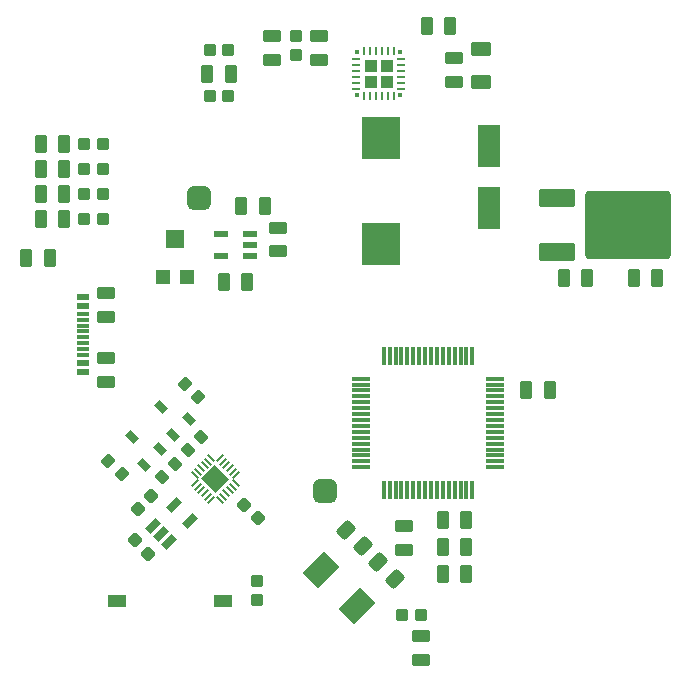
<source format=gtp>
G04*
G04 #@! TF.GenerationSoftware,Altium Limited,Altium Designer,24.4.1 (13)*
G04*
G04 Layer_Color=8421504*
%FSLAX25Y25*%
%MOIN*%
G70*
G04*
G04 #@! TF.SameCoordinates,4848AC28-F08C-4A73-8BB8-69E0F556E231*
G04*
G04*
G04 #@! TF.FilePolarity,Positive*
G04*
G01*
G75*
G04:AMPARAMS|DCode=16|XSize=102.36mil|YSize=74.8mil|CornerRadius=0mil|HoleSize=0mil|Usage=FLASHONLY|Rotation=225.000|XOffset=0mil|YOffset=0mil|HoleType=Round|Shape=Rectangle|*
%AMROTATEDRECTD16*
4,1,4,0.00974,0.06264,0.06264,0.00974,-0.00974,-0.06264,-0.06264,-0.00974,0.00974,0.06264,0.0*
%
%ADD16ROTATEDRECTD16*%

G04:AMPARAMS|DCode=17|XSize=78.74mil|YSize=78.74mil|CornerRadius=19.68mil|HoleSize=0mil|Usage=FLASHONLY|Rotation=0.000|XOffset=0mil|YOffset=0mil|HoleType=Round|Shape=RoundedRectangle|*
%AMROUNDEDRECTD17*
21,1,0.07874,0.03937,0,0,0.0*
21,1,0.03937,0.07874,0,0,0.0*
1,1,0.03937,0.01968,-0.01968*
1,1,0.03937,-0.01968,-0.01968*
1,1,0.03937,-0.01968,0.01968*
1,1,0.03937,0.01968,0.01968*
%
%ADD17ROUNDEDRECTD17*%
%ADD18R,0.04488X0.02362*%
%ADD19R,0.04488X0.01181*%
%ADD20R,0.01181X0.05906*%
%ADD21R,0.05906X0.01181*%
G04:AMPARAMS|DCode=22|XSize=62.99mil|YSize=118.11mil|CornerRadius=7.87mil|HoleSize=0mil|Usage=FLASHONLY|Rotation=90.000|XOffset=0mil|YOffset=0mil|HoleType=Round|Shape=RoundedRectangle|*
%AMROUNDEDRECTD22*
21,1,0.06299,0.10236,0,0,90.0*
21,1,0.04724,0.11811,0,0,90.0*
1,1,0.01575,0.05118,0.02362*
1,1,0.01575,0.05118,-0.02362*
1,1,0.01575,-0.05118,-0.02362*
1,1,0.01575,-0.05118,0.02362*
%
%ADD22ROUNDEDRECTD22*%
G04:AMPARAMS|DCode=23|XSize=228.35mil|YSize=283.47mil|CornerRadius=11.42mil|HoleSize=0mil|Usage=FLASHONLY|Rotation=90.000|XOffset=0mil|YOffset=0mil|HoleType=Round|Shape=RoundedRectangle|*
%AMROUNDEDRECTD23*
21,1,0.22835,0.26063,0,0,90.0*
21,1,0.20551,0.28347,0,0,90.0*
1,1,0.02284,0.13031,0.10276*
1,1,0.02284,0.13031,-0.10276*
1,1,0.02284,-0.13031,-0.10276*
1,1,0.02284,-0.13031,0.10276*
%
%ADD23ROUNDEDRECTD23*%
%ADD24R,0.05906X0.04331*%
G04:AMPARAMS|DCode=25|XSize=57.09mil|YSize=43.31mil|CornerRadius=5.41mil|HoleSize=0mil|Usage=FLASHONLY|Rotation=180.000|XOffset=0mil|YOffset=0mil|HoleType=Round|Shape=RoundedRectangle|*
%AMROUNDEDRECTD25*
21,1,0.05709,0.03248,0,0,180.0*
21,1,0.04626,0.04331,0,0,180.0*
1,1,0.01083,-0.02313,0.01624*
1,1,0.01083,0.02313,0.01624*
1,1,0.01083,0.02313,-0.01624*
1,1,0.01083,-0.02313,-0.01624*
%
%ADD25ROUNDEDRECTD25*%
G04:AMPARAMS|DCode=26|XSize=57.09mil|YSize=43.31mil|CornerRadius=5.41mil|HoleSize=0mil|Usage=FLASHONLY|Rotation=270.000|XOffset=0mil|YOffset=0mil|HoleType=Round|Shape=RoundedRectangle|*
%AMROUNDEDRECTD26*
21,1,0.05709,0.03248,0,0,270.0*
21,1,0.04626,0.04331,0,0,270.0*
1,1,0.01083,-0.01624,-0.02313*
1,1,0.01083,-0.01624,0.02313*
1,1,0.01083,0.01624,0.02313*
1,1,0.01083,0.01624,-0.02313*
%
%ADD26ROUNDEDRECTD26*%
%ADD27R,0.04724X0.04724*%
%ADD28R,0.06299X0.05906*%
G04:AMPARAMS|DCode=29|XSize=39.37mil|YSize=37.4mil|CornerRadius=4.68mil|HoleSize=0mil|Usage=FLASHONLY|Rotation=90.000|XOffset=0mil|YOffset=0mil|HoleType=Round|Shape=RoundedRectangle|*
%AMROUNDEDRECTD29*
21,1,0.03937,0.02805,0,0,90.0*
21,1,0.03002,0.03740,0,0,90.0*
1,1,0.00935,0.01403,0.01501*
1,1,0.00935,0.01403,-0.01501*
1,1,0.00935,-0.01403,-0.01501*
1,1,0.00935,-0.01403,0.01501*
%
%ADD29ROUNDEDRECTD29*%
G04:AMPARAMS|DCode=30|XSize=39.37mil|YSize=37.4mil|CornerRadius=4.68mil|HoleSize=0mil|Usage=FLASHONLY|Rotation=45.000|XOffset=0mil|YOffset=0mil|HoleType=Round|Shape=RoundedRectangle|*
%AMROUNDEDRECTD30*
21,1,0.03937,0.02805,0,0,45.0*
21,1,0.03002,0.03740,0,0,45.0*
1,1,0.00935,0.02053,0.00070*
1,1,0.00935,-0.00070,-0.02053*
1,1,0.00935,-0.02053,-0.00070*
1,1,0.00935,0.00070,0.02053*
%
%ADD30ROUNDEDRECTD30*%
G04:AMPARAMS|DCode=31|XSize=39.37mil|YSize=37.4mil|CornerRadius=4.68mil|HoleSize=0mil|Usage=FLASHONLY|Rotation=135.000|XOffset=0mil|YOffset=0mil|HoleType=Round|Shape=RoundedRectangle|*
%AMROUNDEDRECTD31*
21,1,0.03937,0.02805,0,0,135.0*
21,1,0.03002,0.03740,0,0,135.0*
1,1,0.00935,-0.00070,0.02053*
1,1,0.00935,0.02053,-0.00070*
1,1,0.00935,0.00070,-0.02053*
1,1,0.00935,-0.02053,0.00070*
%
%ADD31ROUNDEDRECTD31*%
G04:AMPARAMS|DCode=32|XSize=39.37mil|YSize=37.4mil|CornerRadius=4.68mil|HoleSize=0mil|Usage=FLASHONLY|Rotation=0.000|XOffset=0mil|YOffset=0mil|HoleType=Round|Shape=RoundedRectangle|*
%AMROUNDEDRECTD32*
21,1,0.03937,0.02805,0,0,0.0*
21,1,0.03002,0.03740,0,0,0.0*
1,1,0.00935,0.01501,-0.01403*
1,1,0.00935,-0.01501,-0.01403*
1,1,0.00935,-0.01501,0.01403*
1,1,0.00935,0.01501,0.01403*
%
%ADD32ROUNDEDRECTD32*%
G04:AMPARAMS|DCode=33|XSize=39.37mil|YSize=27.56mil|CornerRadius=0mil|HoleSize=0mil|Usage=FLASHONLY|Rotation=135.000|XOffset=0mil|YOffset=0mil|HoleType=Round|Shape=Rectangle|*
%AMROTATEDRECTD33*
4,1,4,0.02366,-0.00418,0.00418,-0.02366,-0.02366,0.00418,-0.00418,0.02366,0.02366,-0.00418,0.0*
%
%ADD33ROTATEDRECTD33*%

%ADD34R,0.12598X0.13976*%
%ADD35R,0.04724X0.02362*%
G04:AMPARAMS|DCode=36|XSize=29.53mil|YSize=7.87mil|CornerRadius=0mil|HoleSize=0mil|Usage=FLASHONLY|Rotation=45.000|XOffset=0mil|YOffset=0mil|HoleType=Round|Shape=Rectangle|*
%AMROTATEDRECTD36*
4,1,4,-0.00766,-0.01322,-0.01322,-0.00766,0.00766,0.01322,0.01322,0.00766,-0.00766,-0.01322,0.0*
%
%ADD36ROTATEDRECTD36*%

G04:AMPARAMS|DCode=37|XSize=29.53mil|YSize=7.87mil|CornerRadius=0mil|HoleSize=0mil|Usage=FLASHONLY|Rotation=135.000|XOffset=0mil|YOffset=0mil|HoleType=Round|Shape=Rectangle|*
%AMROTATEDRECTD37*
4,1,4,0.01322,-0.00766,0.00766,-0.01322,-0.01322,0.00766,-0.00766,0.01322,0.01322,-0.00766,0.0*
%
%ADD37ROTATEDRECTD37*%

G04:AMPARAMS|DCode=38|XSize=68.9mil|YSize=62.6mil|CornerRadius=0mil|HoleSize=0mil|Usage=FLASHONLY|Rotation=135.000|XOffset=0mil|YOffset=0mil|HoleType=Round|Shape=Rectangle|*
%AMROTATEDRECTD38*
4,1,4,0.04649,-0.00223,0.00223,-0.04649,-0.04649,0.00223,-0.00223,0.04649,0.04649,-0.00223,0.0*
%
%ADD38ROTATEDRECTD38*%

G04:AMPARAMS|DCode=39|XSize=47.24mil|YSize=23.62mil|CornerRadius=0mil|HoleSize=0mil|Usage=FLASHONLY|Rotation=45.000|XOffset=0mil|YOffset=0mil|HoleType=Round|Shape=Rectangle|*
%AMROTATEDRECTD39*
4,1,4,-0.00835,-0.02506,-0.02506,-0.00835,0.00835,0.02506,0.02506,0.00835,-0.00835,-0.02506,0.0*
%
%ADD39ROTATEDRECTD39*%

%ADD40R,0.01476X0.01476*%
%ADD41R,0.04429X0.04429*%
%ADD42R,0.00984X0.02756*%
%ADD43R,0.02756X0.00984*%
G04:AMPARAMS|DCode=44|XSize=68.9mil|YSize=49.21mil|CornerRadius=6.15mil|HoleSize=0mil|Usage=FLASHONLY|Rotation=0.000|XOffset=0mil|YOffset=0mil|HoleType=Round|Shape=RoundedRectangle|*
%AMROUNDEDRECTD44*
21,1,0.06890,0.03691,0,0,0.0*
21,1,0.05659,0.04921,0,0,0.0*
1,1,0.01230,0.02830,-0.01846*
1,1,0.01230,-0.02830,-0.01846*
1,1,0.01230,-0.02830,0.01846*
1,1,0.01230,0.02830,0.01846*
%
%ADD44ROUNDEDRECTD44*%
G04:AMPARAMS|DCode=45|XSize=39.37mil|YSize=39.37mil|CornerRadius=4.92mil|HoleSize=0mil|Usage=FLASHONLY|Rotation=225.000|XOffset=0mil|YOffset=0mil|HoleType=Round|Shape=RoundedRectangle|*
%AMROUNDEDRECTD45*
21,1,0.03937,0.02953,0,0,225.0*
21,1,0.02953,0.03937,0,0,225.0*
1,1,0.00984,-0.02088,0.00000*
1,1,0.00984,0.00000,0.02088*
1,1,0.00984,0.02088,0.00000*
1,1,0.00984,0.00000,-0.02088*
%
%ADD45ROUNDEDRECTD45*%
G04:AMPARAMS|DCode=46|XSize=39.37mil|YSize=39.37mil|CornerRadius=4.92mil|HoleSize=0mil|Usage=FLASHONLY|Rotation=135.000|XOffset=0mil|YOffset=0mil|HoleType=Round|Shape=RoundedRectangle|*
%AMROUNDEDRECTD46*
21,1,0.03937,0.02953,0,0,135.0*
21,1,0.02953,0.03937,0,0,135.0*
1,1,0.00984,0.00000,0.02088*
1,1,0.00984,0.02088,0.00000*
1,1,0.00984,0.00000,-0.02088*
1,1,0.00984,-0.02088,0.00000*
%
%ADD46ROUNDEDRECTD46*%
G04:AMPARAMS|DCode=47|XSize=57.09mil|YSize=43.31mil|CornerRadius=5.41mil|HoleSize=0mil|Usage=FLASHONLY|Rotation=45.000|XOffset=0mil|YOffset=0mil|HoleType=Round|Shape=RoundedRectangle|*
%AMROUNDEDRECTD47*
21,1,0.05709,0.03248,0,0,45.0*
21,1,0.04626,0.04331,0,0,45.0*
1,1,0.01083,0.02784,0.00487*
1,1,0.01083,-0.00487,-0.02784*
1,1,0.01083,-0.02784,-0.00487*
1,1,0.01083,0.00487,0.02784*
%
%ADD47ROUNDEDRECTD47*%
%ADD48R,0.07284X0.13976*%
G04:AMPARAMS|DCode=49|XSize=39.37mil|YSize=39.37mil|CornerRadius=4.92mil|HoleSize=0mil|Usage=FLASHONLY|Rotation=180.000|XOffset=0mil|YOffset=0mil|HoleType=Round|Shape=RoundedRectangle|*
%AMROUNDEDRECTD49*
21,1,0.03937,0.02953,0,0,180.0*
21,1,0.02953,0.03937,0,0,180.0*
1,1,0.00984,-0.01476,0.01476*
1,1,0.00984,0.01476,0.01476*
1,1,0.00984,0.01476,-0.01476*
1,1,0.00984,-0.01476,-0.01476*
%
%ADD49ROUNDEDRECTD49*%
G04:AMPARAMS|DCode=50|XSize=39.37mil|YSize=39.37mil|CornerRadius=4.92mil|HoleSize=0mil|Usage=FLASHONLY|Rotation=270.000|XOffset=0mil|YOffset=0mil|HoleType=Round|Shape=RoundedRectangle|*
%AMROUNDEDRECTD50*
21,1,0.03937,0.02953,0,0,270.0*
21,1,0.02953,0.03937,0,0,270.0*
1,1,0.00984,-0.01476,-0.01476*
1,1,0.00984,-0.01476,0.01476*
1,1,0.00984,0.01476,0.01476*
1,1,0.00984,0.01476,-0.01476*
%
%ADD50ROUNDEDRECTD50*%
D16*
X224330Y158544D02*
D03*
X236300Y146574D02*
D03*
D17*
X225394Y185039D02*
D03*
X183465Y282677D02*
D03*
D18*
X144685Y224606D02*
D03*
Y227756D02*
D03*
Y246654D02*
D03*
Y249803D02*
D03*
D19*
Y230315D02*
D03*
Y232283D02*
D03*
Y234252D02*
D03*
Y236221D02*
D03*
Y238189D02*
D03*
Y240158D02*
D03*
Y242126D02*
D03*
Y244094D02*
D03*
D20*
X245079Y185236D02*
D03*
X247047D02*
D03*
X249016D02*
D03*
X250984D02*
D03*
X252953D02*
D03*
X254921D02*
D03*
X256890D02*
D03*
X258858D02*
D03*
X260827D02*
D03*
X262795D02*
D03*
X264764D02*
D03*
X266732D02*
D03*
X268701D02*
D03*
X270669D02*
D03*
X272638D02*
D03*
X274606D02*
D03*
Y230118D02*
D03*
X272638D02*
D03*
X270669D02*
D03*
X268701D02*
D03*
X266732D02*
D03*
X264764D02*
D03*
X262795D02*
D03*
X260827D02*
D03*
X258858D02*
D03*
X256890D02*
D03*
X254921D02*
D03*
X252953D02*
D03*
X250984D02*
D03*
X249016D02*
D03*
X247047D02*
D03*
X245079D02*
D03*
D21*
X282283Y192913D02*
D03*
Y194882D02*
D03*
Y196850D02*
D03*
Y198819D02*
D03*
Y200787D02*
D03*
Y202756D02*
D03*
Y204724D02*
D03*
Y206693D02*
D03*
Y208661D02*
D03*
Y210630D02*
D03*
Y212598D02*
D03*
Y214567D02*
D03*
Y216535D02*
D03*
Y218504D02*
D03*
Y220472D02*
D03*
Y222441D02*
D03*
X237402D02*
D03*
Y220472D02*
D03*
Y218504D02*
D03*
Y216535D02*
D03*
Y214567D02*
D03*
Y212598D02*
D03*
Y210630D02*
D03*
Y208661D02*
D03*
Y206693D02*
D03*
Y204724D02*
D03*
Y202756D02*
D03*
Y200787D02*
D03*
Y198819D02*
D03*
Y196850D02*
D03*
Y194882D02*
D03*
Y192913D02*
D03*
D22*
X302756Y282835D02*
D03*
Y264803D02*
D03*
D23*
X326575Y273819D02*
D03*
D24*
X156299Y148425D02*
D03*
X191339D02*
D03*
D25*
X209843Y264960D02*
D03*
Y272834D02*
D03*
X251969Y165354D02*
D03*
Y173228D02*
D03*
X152559Y250985D02*
D03*
Y243111D02*
D03*
X152559Y221456D02*
D03*
Y229330D02*
D03*
X207874Y328740D02*
D03*
Y336614D02*
D03*
X223622Y336614D02*
D03*
Y328741D02*
D03*
X257456Y136613D02*
D03*
Y128739D02*
D03*
X268356Y329357D02*
D03*
Y321483D02*
D03*
D26*
X205512Y279922D02*
D03*
X197638D02*
D03*
X199607Y254725D02*
D03*
X191733D02*
D03*
X133859Y262796D02*
D03*
X125985D02*
D03*
X267323Y340158D02*
D03*
X259449D02*
D03*
X186221Y324016D02*
D03*
X194095D02*
D03*
X138603Y275590D02*
D03*
X130729D02*
D03*
X138603Y283908D02*
D03*
X130729D02*
D03*
X138603Y292224D02*
D03*
X130729D02*
D03*
X138603Y300541D02*
D03*
X130729D02*
D03*
X300394Y218504D02*
D03*
X292520D02*
D03*
X264764Y157480D02*
D03*
X272638D02*
D03*
X264764Y166339D02*
D03*
X272638D02*
D03*
X264764Y175197D02*
D03*
X272638D02*
D03*
X328346Y255906D02*
D03*
X336221D02*
D03*
X312992D02*
D03*
X305118D02*
D03*
D27*
X171653Y256299D02*
D03*
X179528D02*
D03*
D28*
X175591Y269094D02*
D03*
D29*
X145296Y275590D02*
D03*
X151595D02*
D03*
X145296Y283908D02*
D03*
X151595D02*
D03*
X257480Y143701D02*
D03*
X251181D02*
D03*
X145296Y292224D02*
D03*
X151595D02*
D03*
X145296Y300541D02*
D03*
X151595D02*
D03*
D30*
X178875Y220731D02*
D03*
X183329Y216277D02*
D03*
X153285Y195141D02*
D03*
X157739Y190686D02*
D03*
D31*
X179859Y198560D02*
D03*
X184314Y203014D02*
D03*
X175455Y194156D02*
D03*
X171001Y189702D02*
D03*
D32*
X202756Y155118D02*
D03*
Y148819D02*
D03*
D33*
X170872Y212986D02*
D03*
X180198Y208950D02*
D03*
X174909Y203660D02*
D03*
X161029Y203144D02*
D03*
X170355Y199107D02*
D03*
X165066Y193818D02*
D03*
D34*
X244094Y267323D02*
D03*
Y302756D02*
D03*
D35*
X200590Y263189D02*
D03*
Y266929D02*
D03*
Y270669D02*
D03*
X190748D02*
D03*
Y263189D02*
D03*
D36*
X182017Y187584D02*
D03*
X183130Y186471D02*
D03*
X184244Y185357D02*
D03*
X185357Y184244D02*
D03*
X186471Y183130D02*
D03*
X187584Y182017D02*
D03*
X195936Y190368D02*
D03*
X194823Y191482D02*
D03*
X193709Y192595D02*
D03*
X192595Y193709D02*
D03*
X191482Y194823D02*
D03*
X190368Y195936D02*
D03*
D37*
Y182017D02*
D03*
X191482Y183130D02*
D03*
X192595Y184244D02*
D03*
X193709Y185357D02*
D03*
X194823Y186471D02*
D03*
X195936Y187584D02*
D03*
X187584Y195936D02*
D03*
X186471Y194823D02*
D03*
X185357Y193709D02*
D03*
X184244Y192595D02*
D03*
X183130Y191482D02*
D03*
X182017Y190368D02*
D03*
D38*
X188976Y188976D02*
D03*
D39*
X175048Y180337D02*
D03*
X180337Y175048D02*
D03*
X173377Y168088D02*
D03*
X170733Y170733D02*
D03*
X168088Y173377D02*
D03*
D40*
X236315Y331205D02*
D03*
X250590D02*
D03*
Y316929D02*
D03*
X236315D02*
D03*
D41*
X246063Y321457D02*
D03*
X240843D02*
D03*
X246063Y326677D02*
D03*
X240843D02*
D03*
D42*
X238531Y331547D02*
D03*
X240500D02*
D03*
X242469D02*
D03*
X244437D02*
D03*
X246406D02*
D03*
X248374D02*
D03*
Y316587D02*
D03*
X246406D02*
D03*
X244437D02*
D03*
X242469D02*
D03*
X240500D02*
D03*
X238531D02*
D03*
D43*
X250933Y328988D02*
D03*
Y327020D02*
D03*
Y325051D02*
D03*
Y323083D02*
D03*
Y321114D02*
D03*
Y319146D02*
D03*
X235972D02*
D03*
Y321114D02*
D03*
Y323083D02*
D03*
Y325051D02*
D03*
Y327020D02*
D03*
Y328988D02*
D03*
D44*
X277559Y332283D02*
D03*
Y321260D02*
D03*
D45*
X203014Y175923D02*
D03*
X198560Y180377D02*
D03*
X166597Y164111D02*
D03*
X162143Y168566D02*
D03*
D46*
X163127Y178875D02*
D03*
X167581Y183329D02*
D03*
D47*
X238020Y166507D02*
D03*
X232452Y172075D02*
D03*
X243279Y161249D02*
D03*
X248847Y155681D02*
D03*
D48*
X280315Y279429D02*
D03*
Y300098D02*
D03*
D49*
X215748Y330315D02*
D03*
Y336614D02*
D03*
D50*
X193307Y331890D02*
D03*
X187008D02*
D03*
X193307Y316535D02*
D03*
X187008D02*
D03*
M02*

</source>
